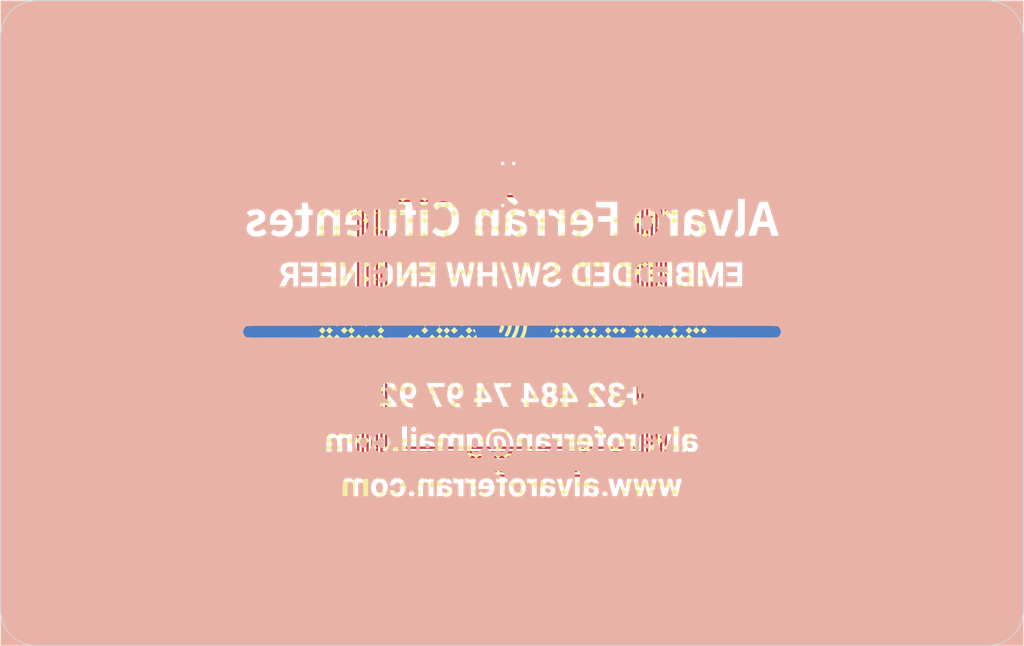
<source format=kicad_pcb>
(kicad_pcb (version 20170920) (host pcbnew no-vcs-found-e46fdb0~60~ubuntu16.04.1)
  (layers (0 F.Cu signal) (31 B.Cu signal) (34 B.Paste user) (35 F.Paste user) (36 B.SilkS user) (37 F.SilkS user) (38 B.Mask user) (39 F.Mask user) (44 Edge.Cuts user))
  (net 0 "")
  (net 1 "Net-(RF1-Pad1)")
  (net 2 "Net-(RF1-Pad2)")
  (net 3 "Net-(U1-Pad1)")
  (net 4 "Net-(U1-Pad3)")
  (module antennaNFC_26x26mm (layer F.Cu) (at 0 -13.75 180)
    (fp_text reference RF1 hide)
    (fp_text value antennaNFC hide)
    (fp_line (start 0.78 -3.9) (end 0.78 -0.39) (layer B.Cu) (width 0.19))
    (fp_line (start 1.17 -3.51) (end 0.78 -3.9) (layer F.Cu) (width 0.19))
    (fp_line (start 12.87 -1.17) (end -12.48 -1.17) (layer F.Cu) (width 0.19))
    (fp_line (start -12.48 -1.17) (end -12.48 -26.13) (layer F.Cu) (width 0.19))
    (fp_line (start -12.48 -26.13) (end 12.48 -26.13) (layer F.Cu) (width 0.19))
    (fp_line (start 12.48 -26.13) (end 12.48 -1.56) (layer F.Cu) (width 0.19))
    (fp_line (start 12.48 -1.56) (end -12.09 -1.56) (layer F.Cu) (width 0.19))
    (fp_line (start -12.09 -1.56) (end -12.09 -25.74) (layer F.Cu) (width 0.19))
    (fp_line (start -12.09 -25.74) (end 12.09 -25.74) (layer F.Cu) (width 0.19))
    (fp_line (start 12.09 -25.74) (end 12.09 -1.95) (layer F.Cu) (width 0.19))
    (fp_line (start 12.09 -1.95) (end -11.7 -1.95) (layer F.Cu) (width 0.19))
    (fp_line (start -11.7 -1.95) (end -11.7 -25.35) (layer F.Cu) (width 0.19))
    (fp_line (start -11.7 -25.35) (end 11.7 -25.35) (layer F.Cu) (width 0.19))
    (fp_line (start 11.7 -25.35) (end 11.7 -2.34) (layer F.Cu) (width 0.19))
    (fp_line (start 11.7 -2.34) (end -11.31 -2.34) (layer F.Cu) (width 0.19))
    (fp_line (start -11.31 -2.34) (end -11.31 -24.96) (layer F.Cu) (width 0.19))
    (fp_line (start -11.31 -24.96) (end 11.31 -24.96) (layer F.Cu) (width 0.19))
    (fp_line (start 11.31 -24.96) (end 11.31 -2.73) (layer F.Cu) (width 0.19))
    (fp_line (start 11.31 -2.73) (end -10.92 -2.73) (layer F.Cu) (width 0.19))
    (fp_line (start -10.92 -2.73) (end -10.92 -24.57) (layer F.Cu) (width 0.19))
    (fp_line (start -10.92 -24.57) (end 10.92 -24.57) (layer F.Cu) (width 0.19))
    (fp_line (start 10.92 -24.57) (end 10.92 -3.12) (layer F.Cu) (width 0.19))
    (fp_line (start 10.92 -3.12) (end -10.53 -3.12) (layer F.Cu) (width 0.19))
    (fp_line (start -10.53 -3.12) (end -10.53 -24.18) (layer F.Cu) (width 0.19))
    (fp_line (start -10.53 -24.18) (end 10.53 -24.18) (layer F.Cu) (width 0.19))
    (fp_line (start 10.53 -24.18) (end 10.53 -3.51) (layer F.Cu) (width 0.19))
    (fp_line (start 10.52 -3.51) (end 1.17 -3.51) (layer F.Cu) (width 0.19))
    (fp_line (start 12.87 -1.17) (end 12.87 -26.52) (layer F.Cu) (width 0.19))
    (fp_line (start 12.87 -26.52) (end -12.87 -26.52) (layer F.Cu) (width 0.19))
    (fp_line (start -12.87 -26.52) (end -12.87 -0.78) (layer F.Cu) (width 0.19))
    (fp_line (start -12.87 -0.78) (end -0.39 -0.78) (layer F.Cu) (width 0.19))
    (fp_line (start -0.39 -0.77) (end -0.16 -0.39) (layer F.Cu) (width 0.19))
    (pad 2 thru_hole circle (at 0.78 -0.39 180) (size 0.5 0.5) (drill 0.3) (layers *.Cu) (net 2 "Net-(RF1-Pad2)"))
    (pad 3 thru_hole circle (at 0.78 -3.9 180) (size 0.5 0.5) (drill 0.3) (layers *.Cu))
    (pad 1 thru_hole circle (at -0.15 -0.39 180) (size 0.5 0.5) (drill 0.3) (layers *.Cu) (net 1 "Net-(RF1-Pad1)"))
  )
  (module alvaroferran:businessCardBack (layer B.Cu) (at 0 0 180)
    (fp_text reference G*** hide)
    (fp_text value LOGO hide)
  )
  (module alvaroferran:qr (layer F.Cu) (at 0 0)
    (fp_text reference G*** hide)
    (fp_text value LOGO hide)
  )
  (module "alvaroferran:SOT1312AB2(HXSON4)" (layer B.Cu) (at -1.431 -16.167)
    (fp_text reference U1 hide)
    (fp_text value NTAG216F hide)
    (pad 1 smd rect (at 0.2 1.05) (size 0.4 0.3) (layers B.Cu B.Paste B.Mask) (net 3 "Net-(U1-Pad1)"))
    (pad 5 smd rect (at 1.05 0.8) (size 0.85 1.05) (layers B.Cu B.Paste B.Mask))
    (pad 2 smd rect (at 0.2 0.55) (size 0.4 0.3) (layers B.Cu B.Paste B.Mask) (net 2 "Net-(RF1-Pad2)"))
    (pad 3 smd rect (at 1.9 0.55) (size 0.4 0.3) (layers B.Cu B.Paste B.Mask) (net 4 "Net-(U1-Pad3)"))
    (pad 4 smd rect (at 1.9 1.05) (size 0.4 0.3) (layers B.Cu B.Paste B.Mask) (net 1 "Net-(RF1-Pad1)"))
  )
  (gr_arc (start -39.8 -23.99) (end -39.8 -26.99) (angle -90) (layer Edge.Cuts) (width 0.1))
  (gr_line (start 42.8 -23.99) (end 42.8 23.99) (layer Edge.Cuts) (width 0.1))
  (gr_arc (start -39.8 23.99) (end -42.8 23.99) (angle -90) (layer Edge.Cuts) (width 0.1))
  (gr_arc (start 39.8 -23.99) (end 42.8 -23.99) (angle -90) (layer Edge.Cuts) (width 0.1))
  (gr_line (start 39.8 26.99) (end -39.8 26.99) (layer Edge.Cuts) (width 0.1))
  (gr_arc (start 39.8 23.99) (end 39.8 26.99) (angle -90) (layer Edge.Cuts) (width 0.1))
  (gr_line (start -42.8 23.99) (end -42.8 -23.99) (layer Edge.Cuts) (width 0.1))
  (gr_line (start -39.8 -26.99) (end 39.8 -26.99) (layer Edge.Cuts) (width 0.1))
  (segment (start 25.40254 -1.76276) (end 27.94254 -1.76276) (width 0.6096) (layer B.Cu) (net 0))
  (segment (start 35.56254 8.39724) (end 38.10254 8.39724) (width 0.1524) (layer B.Cu) (net 0))
  (segment (start 33.02254 5.85724) (end 35.56254 8.39724) (width 0.1524) (layer B.Cu) (net 0))
  (segment (start 35.56254 3.31724) (end 33.02254 5.85724) (width 0.1524) (layer B.Cu) (net 0))
  (segment (start 35.56254 3.31724) (end 38.10254 3.31724) (width 0.1524) (layer B.Cu) (net 0))
  (segment (start 33.02254 0.77724) (end 35.56254 3.31724) (width 0.1524) (layer B.Cu) (net 0))
  (segment (start 35.56254 -1.76276) (end 33.02254 0.77724) (width 0.1524) (layer B.Cu) (net 0))
  (segment (start 35.56254 -1.76276) (end 38.10254 -1.76276) (width 0.1524) (layer B.Cu) (net 0))
  (segment (start 33.02254 -4.30276) (end 35.56254 -1.76276) (width 0.1524) (layer B.Cu) (net 0))
  (segment (start 35.56254 -6.84276) (end 38.10254 -6.84276) (width 0.1524) (layer B.Cu) (net 0))
  (segment (start 33.02254 -4.30276) (end 35.56254 -6.84276) (width 0.1524) (layer B.Cu) (net 0))
  (segment (start 30.48254 -4.30276) (end 33.02254 -4.30276) (width 0.3048) (layer B.Cu) (net 0))
  (segment (start 27.94254 -1.76276) (end 30.48254 -4.30276) (width 0.3048) (layer B.Cu) (net 0))
  (segment (start 30.48254 0.77724) (end 27.94254 -1.76276) (width 0.3048) (layer B.Cu) (net 0))
  (segment (start 30.48254 0.77724) (end 33.02254 0.77724) (width 0.3048) (layer B.Cu) (net 0))
  (segment (start 27.94254 3.31724) (end 30.48254 0.77724) (width 0.3048) (layer B.Cu) (net 0))
  (segment (start 30.48254 5.85724) (end 33.02254 5.85724) (width 0.3048) (layer B.Cu) (net 0))
  (segment (start 27.94254 3.31724) (end 30.48254 5.85724) (width 0.3048) (layer B.Cu) (net 0))
  (segment (start 25.40254 3.31724) (end 27.94254 3.31724) (width 0.6096) (layer B.Cu) (net 0))
  (segment (start 22.86254 0.77724) (end 25.40254 3.31724) (width 0.6096) (layer B.Cu) (net 0))
  (segment (start 22.86254 0.77724) (end 25.40254 -1.76276) (width 0.6096) (layer B.Cu) (net 0))
  (segment (start -35.55746 -1.76276) (end -33.01746 -4.30276) (width 0.1524) (layer B.Cu) (net 0))
  (segment (start -33.01746 5.85724) (end -35.55746 3.31724) (width 0.1524) (layer B.Cu) (net 0))
  (segment (start -35.55746 -6.84276) (end -38.09746 -6.84276) (width 0.1524) (layer B.Cu) (net 0))
  (segment (start -33.01746 -4.30276) (end -35.55746 -6.84276) (width 0.1524) (layer B.Cu) (net 0))
  (segment (start -35.55746 -1.76276) (end -38.09746 -1.76276) (width 0.1524) (layer B.Cu) (net 0))
  (segment (start -33.01746 0.77724) (end -35.55746 -1.76276) (width 0.1524) (layer B.Cu) (net 0))
  (segment (start -33.01746 0.77724) (end -35.55746 3.31724) (width 0.1524) (layer B.Cu) (net 0))
  (segment (start -35.55746 3.31724) (end -38.09746 3.31724) (width 0.1524) (layer B.Cu) (net 0))
  (segment (start -35.55746 8.39724) (end -38.09746 8.39724) (width 0.1524) (layer B.Cu) (net 0))
  (segment (start -33.01746 5.85724) (end -35.55746 8.39724) (width 0.1524) (layer B.Cu) (net 0))
  (segment (start -27.93746 3.31724) (end -30.47746 0.77724) (width 0.3048) (layer B.Cu) (net 0))
  (segment (start -30.47746 5.85724) (end -33.01746 5.85724) (width 0.3048) (layer B.Cu) (net 0))
  (segment (start -27.93746 3.31724) (end -30.47746 5.85724) (width 0.3048) (layer B.Cu) (net 0))
  (segment (start -25.39746 3.31724) (end -27.93746 3.31724) (width 0.6096) (layer B.Cu) (net 0))
  (segment (start -22.85746 0.77724) (end -25.39746 3.31724) (width 0.6096) (layer B.Cu) (net 0))
  (segment (start -30.47746 0.77724) (end -33.01746 0.77724) (width 0.3048) (layer B.Cu) (net 0))
  (segment (start -27.93746 -1.76276) (end -30.47746 0.77724) (width 0.3048) (layer B.Cu) (net 0))
  (segment (start -30.47746 -4.30276) (end -33.01746 -4.30276) (width 0.3048) (layer B.Cu) (net 0))
  (segment (start -27.93746 -1.76276) (end -30.47746 -4.30276) (width 0.3048) (layer B.Cu) (net 0))
  (segment (start -25.39746 -1.76276) (end -27.93746 -1.76276) (width 0.6096) (layer B.Cu) (net 0))
  (segment (start -22.85746 0.77724) (end -25.39746 -1.76276) (width 0.6096) (layer B.Cu) (net 0))
  (segment (start -22.8854 0.70866) (end 22.8346 0.70866) (width 1.016) (layer B.Cu) (net 0))
  (segment (start 1.143 -14.893) (end 1.143 -14.353) (width 0.25) (layer B.Cu) (net 1))
  (segment (start 1.143 -14.353) (end 0.15 -13.36) (width 0.25) (layer B.Cu) (net 1))
  (segment (start 0.469 -15.117) (end 0.919 -15.117) (width 0.25) (layer B.Cu) (net 1))
  (segment (start 0.919 -15.117) (end 1.143 -14.893) (width 0.25) (layer B.Cu) (net 1))
  (segment (start -2.032 -15.266) (end -2.032 -14.612) (width 0.25) (layer B.Cu) (net 2))
  (segment (start -2.032 -14.612) (end -1.029999 -13.609999) (width 0.25) (layer B.Cu) (net 2))
  (segment (start -1.029999 -13.609999) (end -0.78 -13.36) (width 0.25) (layer B.Cu) (net 2))
  (segment (start -1.231 -15.617) (end -1.681 -15.617) (width 0.25) (layer B.Cu) (net 2))
  (segment (start -1.681 -15.617) (end -2.032 -15.266) (width 0.25) (layer B.Cu) (net 2))
)
</source>
